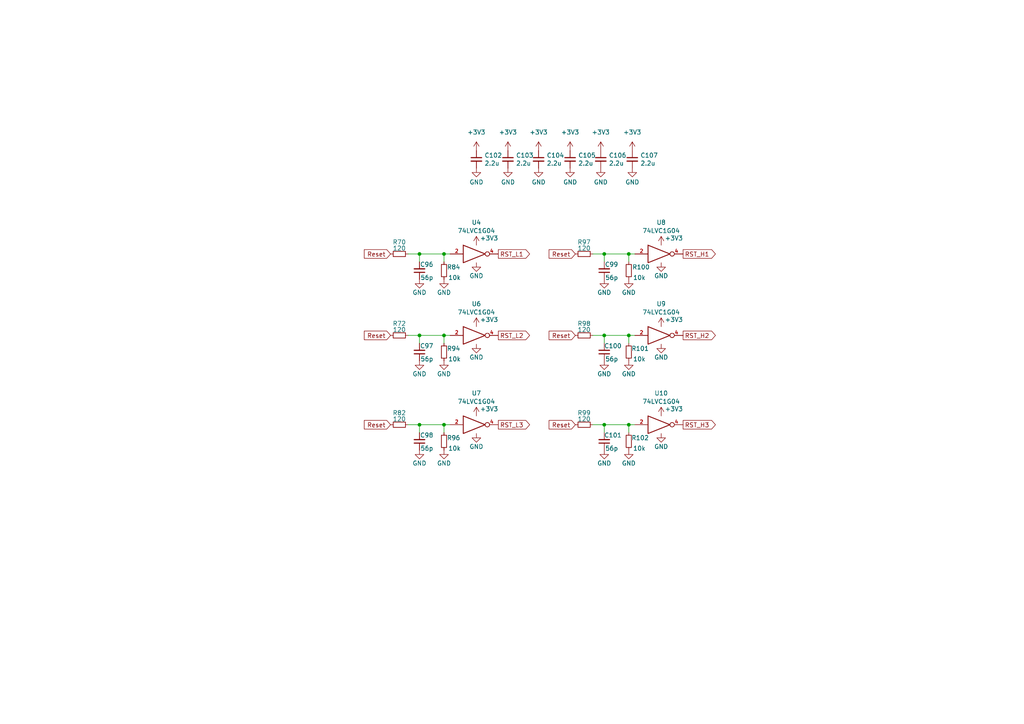
<source format=kicad_sch>
(kicad_sch (version 20211123) (generator eeschema)
  (paper "A4")
  (lib_symbols
    (symbol "74xGxx:74LVC1G04" (pin_names (offset 1.016))
      (property "Reference" "U" (at -2.54 3.81 0))
      (property "Value" "74LVC1G04" (at 0 -3.81 0))
      (symbol "74LVC1G04_0_1"
        (polyline (pts (xy -3.81 2.54) (xy -3.81 -2.54) (xy 2.54 0) (xy -3.81 2.54)) (stroke (width 0.254)))
      )
      (symbol "74LVC1G04_1_1"
        (pin input line (at -7.62 0 0) (length 3.81) (name "~") (number "2"))
        (pin power_in line (at 0 -2.54 270) (length 0) hide (name "GND") (number "3"))
        (pin output inverted (at 6.35 0 180) (length 3.81) (name "~") (number "4"))
        (pin power_in line (at 0 2.54 90) (length 0) hide (name "VCC") (number "5"))
      )
    )
    (symbol "Device:C_Small" (pin_numbers hide) (pin_names (offset 0.254) hide)
      (property "Reference" "C" (at 0.254 1.778 0))
      (property "Value" "C_Small" (at 0.254 -2.032 0))
      (symbol "C_Small_0_1"
        (polyline (pts (xy -1.524 -0.508) (xy 1.524 -0.508)) (stroke (width 0.3302)))
        (polyline (pts (xy -1.524 0.508) (xy 1.524 0.508)) (stroke (width 0.3048)))
      )
      (symbol "C_Small_1_1"
        (pin passive line (at 0 2.54 270) (length 2.032) (name "~") (number "1"))
        (pin passive line (at 0 -2.54 90) (length 2.032) (name "~") (number "2"))
      )
    )
    (symbol "Device:R_Small" (pin_numbers hide) (pin_names (offset 0.254) hide)
      (property "Reference" "R" (at 0.762 0.508 0))
      (property "Value" "R_Small" (at 0.762 -1.016 0))
      (symbol "R_Small_0_1"
        (rectangle (start -0.762 1.778) (end 0.762 -1.778) (stroke (width 0.2032)))
      )
      (symbol "R_Small_1_1"
        (pin passive line (at 0 2.54 270) (length 0.762) (name "~") (number "1"))
        (pin passive line (at 0 -2.54 90) (length 0.762) (name "~") (number "2"))
      )
    )
    (symbol "power:+3.3V" (power) (pin_names (offset 0))
      (property "Value" "+3.3V" (at 0 3.556 0))
      (symbol "+3.3V_0_1"
        (polyline (pts (xy -0.762 1.27) (xy 0 2.54)))
        (polyline (pts (xy 0 0) (xy 0 2.54)))
        (polyline (pts (xy 0 2.54) (xy 0.762 1.27)))
      )
      (symbol "+3.3V_1_1"
        (pin power_in line (at 0 0 90) (length 0) hide (name "+3V3") (number "1"))
      )
    )
    (symbol "power:GND" (power) (pin_names (offset 0))
      (property "Value" "GND" (at 0 -3.81 0))
      (symbol "GND_0_1"
        (polyline (pts (xy 0 0) (xy 0 -1.27) (xy 1.27 -1.27) (xy 0 -2.54) (xy -1.27 -1.27) (xy 0 -1.27)))
      )
      (symbol "GND_1_1"
        (pin power_in line (at 0 0 270) (length 0) hide (name "GND") (number "1"))
      )
    )
  )
  (junction (at 182.372 97.282))
  (junction (at 128.778 73.66))
  (junction (at 128.778 123.19))
  (junction (at 175.26 97.282))
  (junction (at 182.372 123.19))
  (junction (at 121.666 123.19))
  (junction (at 121.666 73.66))
  (junction (at 121.666 97.282))
  (junction (at 128.778 97.282))
  (junction (at 175.26 123.19))
  (junction (at 175.26 73.66))
  (junction (at 182.372 73.66))
  (wire (pts (xy 128.778 97.282) (xy 130.556 97.282)))
  (wire (pts (xy 121.666 99.568) (xy 121.666 97.282)))
  (wire (pts (xy 118.364 97.282) (xy 121.666 97.282)))
  (wire (pts (xy 171.958 73.66) (xy 175.26 73.66)))
  (wire (pts (xy 175.26 97.282) (xy 182.372 97.282)))
  (wire (pts (xy 182.372 73.66) (xy 184.15 73.66)))
  (wire (pts (xy 128.778 123.19) (xy 130.556 123.19)))
  (wire (pts (xy 128.778 97.282) (xy 128.778 99.568)))
  (wire (pts (xy 128.778 73.66) (xy 130.556 73.66)))
  (wire (pts (xy 182.372 73.66) (xy 182.372 75.946)))
  (wire (pts (xy 121.666 125.476) (xy 121.666 123.19)))
  (wire (pts (xy 171.958 97.282) (xy 175.26 97.282)))
  (wire (pts (xy 175.26 123.19) (xy 182.372 123.19)))
  (wire (pts (xy 182.372 97.282) (xy 184.15 97.282)))
  (wire (pts (xy 175.26 99.568) (xy 175.26 97.282)))
  (wire (pts (xy 118.364 73.66) (xy 121.666 73.66)))
  (wire (pts (xy 175.26 75.946) (xy 175.26 73.66)))
  (wire (pts (xy 121.666 75.946) (xy 121.666 73.66)))
  (wire (pts (xy 121.666 123.19) (xy 128.778 123.19)))
  (wire (pts (xy 128.778 123.19) (xy 128.778 125.476)))
  (wire (pts (xy 121.666 73.66) (xy 128.778 73.66)))
  (wire (pts (xy 175.26 125.476) (xy 175.26 123.19)))
  (wire (pts (xy 182.372 97.282) (xy 182.372 99.568)))
  (wire (pts (xy 182.372 123.19) (xy 182.372 125.476)))
  (wire (pts (xy 175.26 73.66) (xy 182.372 73.66)))
  (wire (pts (xy 171.958 123.19) (xy 175.26 123.19)))
  (wire (pts (xy 128.778 73.66) (xy 128.778 75.946)))
  (wire (pts (xy 121.666 97.282) (xy 128.778 97.282)))
  (wire (pts (xy 182.372 123.19) (xy 184.15 123.19)))
  (wire (pts (xy 118.364 123.19) (xy 121.666 123.19)))
  (global_label "Reset" (shape input) (at 113.284 123.19 180) (property "Intersheet References" "${INTERSHEET_REFS}" (effects hide)))
  (global_label "RST_L2" (shape output) (at 144.526 97.282 0) (property "Intersheet References" "${INTERSHEET_REFS}" (effects hide)))
  (global_label "RST_H1" (shape output) (at 198.12 73.66 0) (property "Intersheet References" "${INTERSHEET_REFS}" (effects hide)))
  (global_label "RST_H2" (shape output) (at 198.12 97.282 0) (property "Intersheet References" "${INTERSHEET_REFS}" (effects hide)))
  (global_label "Reset" (shape input) (at 113.284 97.282 180) (property "Intersheet References" "${INTERSHEET_REFS}" (effects hide)))
  (global_label "Reset" (shape input) (at 166.878 73.66 180) (property "Intersheet References" "${INTERSHEET_REFS}" (effects hide)))
  (global_label "Reset" (shape input) (at 166.878 123.19 180) (property "Intersheet References" "${INTERSHEET_REFS}" (effects hide)))
  (global_label "Reset" (shape input) (at 113.284 73.66 180) (property "Intersheet References" "${INTERSHEET_REFS}" (effects hide)))
  (global_label "RST_L1" (shape output) (at 144.526 73.66 0) (property "Intersheet References" "${INTERSHEET_REFS}" (effects hide)))
  (global_label "RST_L3" (shape output) (at 144.526 123.19 0) (property "Intersheet References" "${INTERSHEET_REFS}" (effects hide)))
  (global_label "RST_H3" (shape output) (at 198.12 123.19 0) (property "Intersheet References" "${INTERSHEET_REFS}" (effects hide)))
  (global_label "Reset" (shape input) (at 166.878 97.282 180) (property "Intersheet References" "${INTERSHEET_REFS}" (effects hide)))
  (symbol (lib_id "74xGxx:74LVC1G04") (at 138.176 97.282 0) (unit 1)
    (property "Reference" "U6" (at 138.176 88.138 0))
    (property "Value" "74LVC1G04" (at 138.176 90.551 0))
    (property "Footprint" "Package_TO_SOT_SMD:SOT-23-5_HandSoldering" (effects hide))
    (property "Datasheet" "http://www.ti.com/lit/sg/scyt129e/scyt129e.pdf" (effects hide))
  )
  (symbol (lib_id "power:GND") (at 191.77 99.822 0) (unit 1)
    (property "Reference" "#PWR0250" (effects hide))
    (property "Value" "GND" (at 191.77 103.632 0))
  )
  (symbol (lib_id "Device:C_Small") (at 174.244 46.228 0) (unit 1)
    (property "Reference" "C106" (at 176.5808 45.0596 0) (effects (justify left)))
    (property "Value" "2.2u" (at 176.5808 47.371 0) (effects (justify left)))
    (property "Footprint" "Capacitor_SMD:C_0805_2012Metric_Pad1.18x1.45mm_HandSolder" (effects hide))
  )
  (symbol (lib_id "Device:R_Small") (at 115.824 123.19 90) (unit 1)
    (property "Reference" "R82" (at 115.824 119.761 90))
    (property "Value" "120" (at 115.824 121.539 90))
    (property "Footprint" "Resistor_SMD:R_0805_2012Metric_Pad1.20x1.40mm_HandSolder" (effects hide))
  )
  (symbol (lib_id "power:GND") (at 138.176 99.822 0) (unit 1)
    (property "Reference" "#PWR0238" (effects hide))
    (property "Value" "GND" (at 138.176 103.632 0))
  )
  (symbol (lib_id "power:GND") (at 182.372 130.556 0) (unit 1)
    (property "Reference" "#PWR0246" (effects hide))
    (property "Value" "GND" (at 182.372 134.366 0))
  )
  (symbol (lib_id "74xGxx:74LVC1G04") (at 191.77 73.66 0) (unit 1)
    (property "Reference" "U8" (at 191.77 64.516 0))
    (property "Value" "74LVC1G04" (at 191.77 66.929 0))
    (property "Footprint" "Package_TO_SOT_SMD:SOT-23-5_HandSoldering" (effects hide))
    (property "Datasheet" "http://www.ti.com/lit/sg/scyt129e/scyt129e.pdf" (effects hide))
  )
  (symbol (lib_id "Device:C_Small") (at 165.354 46.228 0) (unit 1)
    (property "Reference" "C105" (at 167.6908 45.0596 0) (effects (justify left)))
    (property "Value" "2.2u" (at 167.6908 47.371 0) (effects (justify left)))
    (property "Footprint" "Capacitor_SMD:C_0805_2012Metric_Pad1.18x1.45mm_HandSolder" (effects hide))
  )
  (symbol (lib_id "74xGxx:74LVC1G04") (at 138.176 73.66 0) (unit 1)
    (property "Reference" "U4" (at 138.176 64.516 0))
    (property "Value" "74LVC1G04" (at 138.176 66.929 0))
    (property "Footprint" "Package_TO_SOT_SMD:SOT-23-5_HandSoldering" (effects hide))
    (property "Datasheet" "http://www.ti.com/lit/sg/scyt129e/scyt129e.pdf" (effects hide))
  )
  (symbol (lib_id "power:GND") (at 175.26 104.648 0) (unit 1)
    (property "Reference" "#PWR0242" (effects hide))
    (property "Value" "GND" (at 175.26 108.458 0))
  )
  (symbol (lib_id "power:GND") (at 138.176 125.73 0) (unit 1)
    (property "Reference" "#PWR0240" (effects hide))
    (property "Value" "GND" (at 138.176 129.54 0))
  )
  (symbol (lib_id "power:+3.3V") (at 138.176 71.12 0) (unit 1)
    (property "Reference" "#PWR098" (effects hide))
    (property "Value" "+3.3V" (at 141.859 69.088 0))
  )
  (symbol (lib_id "power:GND") (at 128.778 130.556 0) (unit 1)
    (property "Reference" "#PWR085" (effects hide))
    (property "Value" "GND" (at 128.778 134.366 0))
  )
  (symbol (lib_id "power:+3.3V") (at 138.176 120.65 0) (unit 1)
    (property "Reference" "#PWR0239" (effects hide))
    (property "Value" "+3.3V" (at 141.859 118.618 0))
  )
  (symbol (lib_id "power:GND") (at 191.77 125.73 0) (unit 1)
    (property "Reference" "#PWR0252" (effects hide))
    (property "Value" "GND" (at 191.77 129.54 0))
  )
  (symbol (lib_id "power:GND") (at 121.666 130.556 0) (unit 1)
    (property "Reference" "#PWR080" (effects hide))
    (property "Value" "GND" (at 121.666 134.366 0))
  )
  (symbol (lib_id "Device:R_Small") (at 182.372 78.486 180) (unit 1)
    (property "Reference" "R100" (at 185.928 77.47 0))
    (property "Value" "10k" (at 185.42 80.518 0))
    (property "Footprint" "Resistor_SMD:R_0805_2012Metric_Pad1.20x1.40mm_HandSolder" (effects hide))
  )
  (symbol (lib_id "power:+3.3V") (at 156.21 43.688 0) (unit 1)
    (property "Reference" "#PWR0257" (effects hide))
    (property "Value" "+3.3V" (at 156.21 38.354 0))
  )
  (symbol (lib_id "power:GND") (at 128.778 104.648 0) (unit 1)
    (property "Reference" "#PWR084" (effects hide))
    (property "Value" "GND" (at 128.778 108.458 0))
  )
  (symbol (lib_id "Device:C_Small") (at 183.388 46.228 0) (unit 1)
    (property "Reference" "C107" (at 185.7248 45.0596 0) (effects (justify left)))
    (property "Value" "2.2u" (at 185.7248 47.371 0) (effects (justify left)))
    (property "Footprint" "Capacitor_SMD:C_0805_2012Metric_Pad1.18x1.45mm_HandSolder" (effects hide))
  )
  (symbol (lib_id "Device:R_Small") (at 169.418 97.282 90) (unit 1)
    (property "Reference" "R98" (at 169.418 93.853 90))
    (property "Value" "120" (at 169.418 95.631 90))
    (property "Footprint" "Resistor_SMD:R_0805_2012Metric_Pad1.20x1.40mm_HandSolder" (effects hide))
  )
  (symbol (lib_id "Device:R_Small") (at 128.778 102.108 180) (unit 1)
    (property "Reference" "R94" (at 131.572 101.092 0))
    (property "Value" "10k" (at 131.826 104.14 0))
    (property "Footprint" "Resistor_SMD:R_0805_2012Metric_Pad1.20x1.40mm_HandSolder" (effects hide))
  )
  (symbol (lib_id "power:GND") (at 191.77 76.2 0) (unit 1)
    (property "Reference" "#PWR0248" (effects hide))
    (property "Value" "GND" (at 191.77 80.01 0))
  )
  (symbol (lib_id "Device:R_Small") (at 169.418 73.66 90) (unit 1)
    (property "Reference" "R97" (at 169.418 70.231 90))
    (property "Value" "120" (at 169.418 72.009 90))
    (property "Footprint" "Resistor_SMD:R_0805_2012Metric_Pad1.20x1.40mm_HandSolder" (effects hide))
  )
  (symbol (lib_id "Device:R_Small") (at 115.824 97.282 90) (unit 1)
    (property "Reference" "R72" (at 115.824 93.853 90))
    (property "Value" "120" (at 115.824 95.631 90))
    (property "Footprint" "Resistor_SMD:R_0805_2012Metric_Pad1.20x1.40mm_HandSolder" (effects hide))
  )
  (symbol (lib_id "power:GND") (at 165.354 48.768 0) (unit 1)
    (property "Reference" "#PWR0260" (effects hide))
    (property "Value" "GND" (at 163.322 52.832 0) (effects (justify left)))
  )
  (symbol (lib_id "power:+3.3V") (at 191.77 120.65 0) (unit 1)
    (property "Reference" "#PWR0251" (effects hide))
    (property "Value" "+3.3V" (at 195.453 118.618 0))
  )
  (symbol (lib_id "power:GND") (at 121.666 104.648 0) (unit 1)
    (property "Reference" "#PWR09" (effects hide))
    (property "Value" "GND" (at 121.666 108.458 0))
  )
  (symbol (lib_id "Device:C_Small") (at 175.26 128.016 180) (unit 1)
    (property "Reference" "C101" (at 180.34 126.238 0) (effects (justify left)))
    (property "Value" "56p" (at 175.514 130.048 0) (effects (justify right)))
    (property "Footprint" "Capacitor_SMD:C_0805_2012Metric_Pad1.18x1.45mm_HandSolder" (effects hide))
  )
  (symbol (lib_id "Device:R_Small") (at 128.778 78.486 180) (unit 1)
    (property "Reference" "R84" (at 131.572 77.47 0))
    (property "Value" "10k" (at 131.826 80.518 0))
    (property "Footprint" "Resistor_SMD:R_0805_2012Metric_Pad1.20x1.40mm_HandSolder" (effects hide))
  )
  (symbol (lib_id "power:GND") (at 182.372 81.026 0) (unit 1)
    (property "Reference" "#PWR0244" (effects hide))
    (property "Value" "GND" (at 182.372 84.836 0))
  )
  (symbol (lib_id "power:GND") (at 175.26 81.026 0) (unit 1)
    (property "Reference" "#PWR0241" (effects hide))
    (property "Value" "GND" (at 175.26 84.836 0))
  )
  (symbol (lib_id "power:GND") (at 121.666 81.026 0) (unit 1)
    (property "Reference" "#PWR07" (effects hide))
    (property "Value" "GND" (at 121.666 84.836 0))
  )
  (symbol (lib_id "power:+3.3V") (at 183.388 43.688 0) (unit 1)
    (property "Reference" "#PWR0263" (effects hide))
    (property "Value" "+3.3V" (at 183.388 38.354 0))
  )
  (symbol (lib_id "power:GND") (at 156.21 48.768 0) (unit 1)
    (property "Reference" "#PWR0258" (effects hide))
    (property "Value" "GND" (at 154.178 52.832 0) (effects (justify left)))
  )
  (symbol (lib_id "power:GND") (at 128.778 81.026 0) (unit 1)
    (property "Reference" "#PWR082" (effects hide))
    (property "Value" "GND" (at 128.778 84.836 0))
  )
  (symbol (lib_id "Device:C_Small") (at 121.666 102.108 180) (unit 1)
    (property "Reference" "C97" (at 125.73 100.33 0) (effects (justify left)))
    (property "Value" "56p" (at 121.92 104.14 0) (effects (justify right)))
    (property "Footprint" "Capacitor_SMD:C_0805_2012Metric_Pad1.18x1.45mm_HandSolder" (effects hide))
  )
  (symbol (lib_id "power:GND") (at 174.244 48.768 0) (unit 1)
    (property "Reference" "#PWR0262" (effects hide))
    (property "Value" "GND" (at 172.212 52.832 0) (effects (justify left)))
  )
  (symbol (lib_id "74xGxx:74LVC1G04") (at 191.77 97.282 0) (unit 1)
    (property "Reference" "U9" (at 191.77 88.138 0))
    (property "Value" "74LVC1G04" (at 191.77 90.551 0))
    (property "Footprint" "Package_TO_SOT_SMD:SOT-23-5_HandSoldering" (effects hide))
    (property "Datasheet" "http://www.ti.com/lit/sg/scyt129e/scyt129e.pdf" (effects hide))
  )
  (symbol (lib_id "power:GND") (at 138.176 76.2 0) (unit 1)
    (property "Reference" "#PWR0236" (effects hide))
    (property "Value" "GND" (at 138.176 80.01 0))
  )
  (symbol (lib_id "power:GND") (at 175.26 130.556 0) (unit 1)
    (property "Reference" "#PWR0243" (effects hide))
    (property "Value" "GND" (at 175.26 134.366 0))
  )
  (symbol (lib_id "power:+3.3V") (at 138.176 94.742 0) (unit 1)
    (property "Reference" "#PWR0237" (effects hide))
    (property "Value" "+3.3V" (at 141.859 92.71 0))
  )
  (symbol (lib_id "power:+3.3V") (at 191.77 94.742 0) (unit 1)
    (property "Reference" "#PWR0249" (effects hide))
    (property "Value" "+3.3V" (at 195.453 92.71 0))
  )
  (symbol (lib_id "power:GND") (at 182.372 104.648 0) (unit 1)
    (property "Reference" "#PWR0245" (effects hide))
    (property "Value" "GND" (at 182.372 108.458 0))
  )
  (symbol (lib_id "Device:C_Small") (at 138.176 46.228 0) (unit 1)
    (property "Reference" "C102" (at 140.5128 45.0596 0) (effects (justify left)))
    (property "Value" "2.2u" (at 140.5128 47.371 0) (effects (justify left)))
    (property "Footprint" "Capacitor_SMD:C_0805_2012Metric_Pad1.18x1.45mm_HandSolder" (effects hide))
  )
  (symbol (lib_id "power:+3.3V") (at 138.176 43.688 0) (unit 1)
    (property "Reference" "#PWR0253" (effects hide))
    (property "Value" "+3.3V" (at 138.176 38.354 0))
  )
  (symbol (lib_id "74xGxx:74LVC1G04") (at 191.77 123.19 0) (unit 1)
    (property "Reference" "U10" (at 191.77 114.046 0))
    (property "Value" "74LVC1G04" (at 191.77 116.459 0))
    (property "Footprint" "Package_TO_SOT_SMD:SOT-23-5_HandSoldering" (effects hide))
    (property "Datasheet" "http://www.ti.com/lit/sg/scyt129e/scyt129e.pdf" (effects hide))
  )
  (symbol (lib_id "Device:R_Small") (at 182.372 102.108 180) (unit 1)
    (property "Reference" "R101" (at 185.674 101.092 0))
    (property "Value" "10k" (at 185.42 104.14 0))
    (property "Footprint" "Resistor_SMD:R_0805_2012Metric_Pad1.20x1.40mm_HandSolder" (effects hide))
  )
  (symbol (lib_id "Device:R_Small") (at 115.824 73.66 90) (unit 1)
    (property "Reference" "R70" (at 115.824 70.231 90))
    (property "Value" "120" (at 115.824 72.009 90))
    (property "Footprint" "Resistor_SMD:R_0805_2012Metric_Pad1.20x1.40mm_HandSolder" (effects hide))
  )
  (symbol (lib_id "Device:C_Small") (at 175.26 102.108 180) (unit 1)
    (property "Reference" "C100" (at 180.34 100.33 0) (effects (justify left)))
    (property "Value" "56p" (at 175.514 104.14 0) (effects (justify right)))
    (property "Footprint" "Capacitor_SMD:C_0805_2012Metric_Pad1.18x1.45mm_HandSolder" (effects hide))
  )
  (symbol (lib_id "power:GND") (at 138.176 48.768 0) (unit 1)
    (property "Reference" "#PWR0254" (effects hide))
    (property "Value" "GND" (at 136.144 52.832 0) (effects (justify left)))
  )
  (symbol (lib_id "Device:R_Small") (at 128.778 128.016 180) (unit 1)
    (property "Reference" "R96" (at 131.572 127 0))
    (property "Value" "10k" (at 131.826 130.048 0))
    (property "Footprint" "Resistor_SMD:R_0805_2012Metric_Pad1.20x1.40mm_HandSolder" (effects hide))
  )
  (symbol (lib_id "power:+3.3V") (at 191.77 71.12 0) (unit 1)
    (property "Reference" "#PWR0247" (effects hide))
    (property "Value" "+3.3V" (at 195.453 69.088 0))
  )
  (symbol (lib_id "power:GND") (at 183.388 48.768 0) (unit 1)
    (property "Reference" "#PWR0264" (effects hide))
    (property "Value" "GND" (at 181.356 52.832 0) (effects (justify left)))
  )
  (symbol (lib_id "Device:C_Small") (at 121.666 78.486 180) (unit 1)
    (property "Reference" "C96" (at 125.73 76.708 0) (effects (justify left)))
    (property "Value" "56p" (at 121.92 80.518 0) (effects (justify right)))
    (property "Footprint" "Capacitor_SMD:C_0805_2012Metric_Pad1.18x1.45mm_HandSolder" (effects hide))
  )
  (symbol (lib_id "power:+3.3V") (at 165.354 43.688 0) (unit 1)
    (property "Reference" "#PWR0259" (effects hide))
    (property "Value" "+3.3V" (at 165.354 38.354 0))
  )
  (symbol (lib_id "Device:C_Small") (at 156.21 46.228 0) (unit 1)
    (property "Reference" "C104" (at 158.5468 45.0596 0) (effects (justify left)))
    (property "Value" "2.2u" (at 158.5468 47.371 0) (effects (justify left)))
    (property "Footprint" "Capacitor_SMD:C_0805_2012Metric_Pad1.18x1.45mm_HandSolder" (effects hide))
  )
  (symbol (lib_id "power:+3.3V") (at 174.244 43.688 0) (unit 1)
    (property "Reference" "#PWR0261" (effects hide))
    (property "Value" "+3.3V" (at 174.244 38.354 0))
  )
  (symbol (lib_id "Device:C_Small") (at 147.32 46.228 0) (unit 1)
    (property "Reference" "C103" (at 149.6568 45.0596 0) (effects (justify left)))
    (property "Value" "2.2u" (at 149.6568 47.371 0) (effects (justify left)))
    (property "Footprint" "Capacitor_SMD:C_0805_2012Metric_Pad1.18x1.45mm_HandSolder" (effects hide))
  )
  (symbol (lib_id "power:+3.3V") (at 147.32 43.688 0) (unit 1)
    (property "Reference" "#PWR0255" (effects hide))
    (property "Value" "+3.3V" (at 147.32 38.354 0))
  )
  (symbol (lib_id "Device:R_Small") (at 182.372 128.016 180) (unit 1)
    (property "Reference" "R102" (at 185.674 127 0))
    (property "Value" "10k" (at 185.42 130.048 0))
    (property "Footprint" "Resistor_SMD:R_0805_2012Metric_Pad1.20x1.40mm_HandSolder" (effects hide))
  )
  (symbol (lib_id "power:GND") (at 147.32 48.768 0) (unit 1)
    (property "Reference" "#PWR0256" (effects hide))
    (property "Value" "GND" (at 145.288 52.832 0) (effects (justify left)))
  )
  (symbol (lib_id "Device:C_Small") (at 121.666 128.016 180) (unit 1)
    (property "Reference" "C98" (at 125.73 126.238 0) (effects (justify left)))
    (property "Value" "56p" (at 121.92 130.048 0) (effects (justify right)))
    (property "Footprint" "Capacitor_SMD:C_0805_2012Metric_Pad1.18x1.45mm_HandSolder" (effects hide))
  )
  (symbol (lib_id "Device:R_Small") (at 169.418 123.19 90) (unit 1)
    (property "Reference" "R99" (at 169.418 119.761 90))
    (property "Value" "120" (at 169.418 121.539 90))
    (property "Footprint" "Resistor_SMD:R_0805_2012Metric_Pad1.20x1.40mm_HandSolder" (effects hide))
  )
  (symbol (lib_id "Device:C_Small") (at 175.26 78.486 180) (unit 1)
    (property "Reference" "C99" (at 179.324 76.708 0) (effects (justify left)))
    (property "Value" "56p" (at 175.514 80.518 0) (effects (justify right)))
    (property "Footprint" "Capacitor_SMD:C_0805_2012Metric_Pad1.18x1.45mm_HandSolder" (effects hide))
  )
  (symbol (lib_id "74xGxx:74LVC1G04") (at 138.176 123.19 0) (unit 1)
    (property "Reference" "U7" (at 138.176 114.046 0))
    (property "Value" "74LVC1G04" (at 138.176 116.459 0))
    (property "Footprint" "Package_TO_SOT_SMD:SOT-23-5_HandSoldering" (effects hide))
    (property "Datasheet" "http://www.ti.com/lit/sg/scyt129e/scyt129e.pdf" (effects hide))
  )
)
</source>
